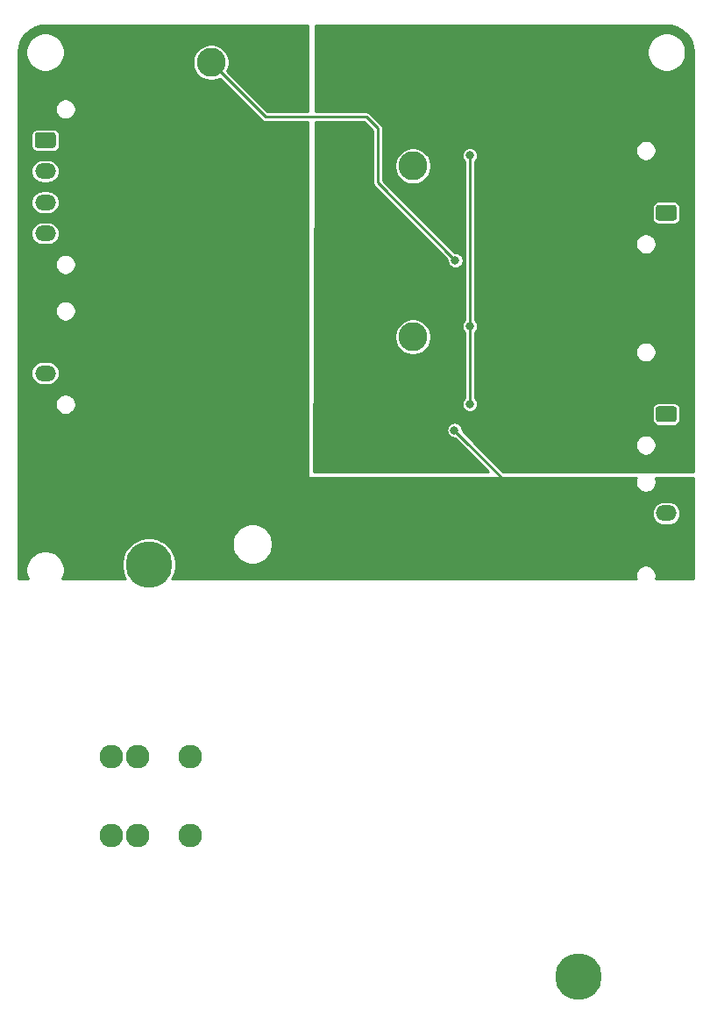
<source format=gbr>
G04 #@! TF.GenerationSoftware,KiCad,Pcbnew,(5.1.6)-1*
G04 #@! TF.CreationDate,2020-09-05T21:46:42-05:00*
G04 #@! TF.ProjectId,ContactorDriver,436f6e74-6163-4746-9f72-447269766572,rev?*
G04 #@! TF.SameCoordinates,Original*
G04 #@! TF.FileFunction,Copper,L2,Bot*
G04 #@! TF.FilePolarity,Positive*
%FSLAX46Y46*%
G04 Gerber Fmt 4.6, Leading zero omitted, Abs format (unit mm)*
G04 Created by KiCad (PCBNEW (5.1.6)-1) date 2020-09-05 21:46:42*
%MOMM*%
%LPD*%
G01*
G04 APERTURE LIST*
G04 #@! TA.AperFunction,ComponentPad*
%ADD10O,2.020000X1.500000*%
G04 #@! TD*
G04 #@! TA.AperFunction,ComponentPad*
%ADD11C,2.800000*%
G04 #@! TD*
G04 #@! TA.AperFunction,ComponentPad*
%ADD12C,2.286000*%
G04 #@! TD*
G04 #@! TA.AperFunction,ComponentPad*
%ADD13C,4.500880*%
G04 #@! TD*
G04 #@! TA.AperFunction,ViaPad*
%ADD14C,0.800000*%
G04 #@! TD*
G04 #@! TA.AperFunction,Conductor*
%ADD15C,0.250000*%
G04 #@! TD*
G04 #@! TA.AperFunction,Conductor*
%ADD16C,0.254000*%
G04 #@! TD*
G04 APERTURE END LIST*
G04 #@! TA.AperFunction,ComponentPad*
G36*
G01*
X166240000Y-78750000D02*
X167760000Y-78750000D01*
G75*
G02*
X168010000Y-79000000I0J-250000D01*
G01*
X168010000Y-80000000D01*
G75*
G02*
X167760000Y-80250000I-250000J0D01*
G01*
X166240000Y-80250000D01*
G75*
G02*
X165990000Y-80000000I0J250000D01*
G01*
X165990000Y-79000000D01*
G75*
G02*
X166240000Y-78750000I250000J0D01*
G01*
G37*
G04 #@! TD.AperFunction*
D10*
X167000000Y-82500000D03*
X167000000Y-85500000D03*
X167000000Y-88500000D03*
G04 #@! TA.AperFunction,ComponentPad*
G36*
G01*
X166240000Y-98250000D02*
X167760000Y-98250000D01*
G75*
G02*
X168010000Y-98500000I0J-250000D01*
G01*
X168010000Y-99500000D01*
G75*
G02*
X167760000Y-99750000I-250000J0D01*
G01*
X166240000Y-99750000D01*
G75*
G02*
X165990000Y-99500000I0J250000D01*
G01*
X165990000Y-98500000D01*
G75*
G02*
X166240000Y-98250000I250000J0D01*
G01*
G37*
G04 #@! TD.AperFunction*
X167000000Y-102000000D03*
D11*
X202500000Y-82000000D03*
X183000000Y-72000000D03*
X209845300Y-72000000D03*
X202500000Y-98500000D03*
D12*
X181000000Y-139000000D03*
X181000000Y-146620000D03*
X175920000Y-139000000D03*
X173380000Y-139000000D03*
X175920000Y-146620000D03*
X173380000Y-146620000D03*
D13*
X177000000Y-120500000D03*
X218500000Y-160250000D03*
G04 #@! TA.AperFunction,ComponentPad*
G36*
G01*
X227734400Y-119279100D02*
X226214400Y-119279100D01*
G75*
G02*
X225964400Y-119029100I0J250000D01*
G01*
X225964400Y-118029100D01*
G75*
G02*
X226214400Y-117779100I250000J0D01*
G01*
X227734400Y-117779100D01*
G75*
G02*
X227984400Y-118029100I0J-250000D01*
G01*
X227984400Y-119029100D01*
G75*
G02*
X227734400Y-119279100I-250000J0D01*
G01*
G37*
G04 #@! TD.AperFunction*
D10*
X226974400Y-115529100D03*
G04 #@! TA.AperFunction,ComponentPad*
G36*
G01*
X227734400Y-87262400D02*
X226214400Y-87262400D01*
G75*
G02*
X225964400Y-87012400I0J250000D01*
G01*
X225964400Y-86012400D01*
G75*
G02*
X226214400Y-85762400I250000J0D01*
G01*
X227734400Y-85762400D01*
G75*
G02*
X227984400Y-86012400I0J-250000D01*
G01*
X227984400Y-87012400D01*
G75*
G02*
X227734400Y-87262400I-250000J0D01*
G01*
G37*
G04 #@! TD.AperFunction*
X226974400Y-83512400D03*
X226974400Y-102956100D03*
G04 #@! TA.AperFunction,ComponentPad*
G36*
G01*
X227734400Y-106706100D02*
X226214400Y-106706100D01*
G75*
G02*
X225964400Y-106456100I0J250000D01*
G01*
X225964400Y-105456100D01*
G75*
G02*
X226214400Y-105206100I250000J0D01*
G01*
X227734400Y-105206100D01*
G75*
G02*
X227984400Y-105456100I0J-250000D01*
G01*
X227984400Y-106456100D01*
G75*
G02*
X227734400Y-106706100I-250000J0D01*
G01*
G37*
G04 #@! TD.AperFunction*
D14*
X208000000Y-105000000D03*
X208000000Y-97475000D03*
X208000000Y-80975000D03*
X206525000Y-107500000D03*
X219476900Y-118317700D03*
X212919600Y-82248000D03*
X206603600Y-91097100D03*
D15*
X208000000Y-105000000D02*
X208000000Y-97475000D01*
X208000000Y-97475000D02*
X208000000Y-80975000D01*
X217342700Y-118317700D02*
X206525000Y-107500000D01*
X219476900Y-118317700D02*
X217342700Y-118317700D01*
X226974400Y-83512400D02*
X214184000Y-83512400D01*
X214184000Y-83512400D02*
X212919600Y-82248000D01*
X188241400Y-77241400D02*
X183000000Y-72000000D01*
X197980300Y-77241400D02*
X188241400Y-77241400D01*
X206603600Y-91097100D02*
X199097900Y-83591400D01*
X199097900Y-78359000D02*
X197980300Y-77241400D01*
X199097900Y-83591400D02*
X199097900Y-78359000D01*
D16*
G36*
X227504242Y-68453369D02*
G01*
X227989286Y-68599812D01*
X228436642Y-68837674D01*
X228829282Y-69157904D01*
X229152241Y-69548294D01*
X229393222Y-69993980D01*
X229543048Y-70477987D01*
X229598000Y-71000820D01*
X229598001Y-71001114D01*
X229598001Y-111480600D01*
X211215534Y-111480600D01*
X208591361Y-108856427D01*
X224002400Y-108856427D01*
X224002400Y-109055773D01*
X224041290Y-109251290D01*
X224117577Y-109435462D01*
X224228328Y-109601213D01*
X224369287Y-109742172D01*
X224535038Y-109852923D01*
X224719210Y-109929210D01*
X224914727Y-109968100D01*
X225114073Y-109968100D01*
X225309590Y-109929210D01*
X225493762Y-109852923D01*
X225659513Y-109742172D01*
X225800472Y-109601213D01*
X225911223Y-109435462D01*
X225987510Y-109251290D01*
X226026400Y-109055773D01*
X226026400Y-108856427D01*
X225987510Y-108660910D01*
X225911223Y-108476738D01*
X225800472Y-108310987D01*
X225659513Y-108170028D01*
X225493762Y-108059277D01*
X225309590Y-107982990D01*
X225114073Y-107944100D01*
X224914727Y-107944100D01*
X224719210Y-107982990D01*
X224535038Y-108059277D01*
X224369287Y-108170028D01*
X224228328Y-108310987D01*
X224117577Y-108476738D01*
X224041290Y-108660910D01*
X224002400Y-108856427D01*
X208591361Y-108856427D01*
X207302000Y-107567066D01*
X207302000Y-107423472D01*
X207272141Y-107273357D01*
X207213569Y-107131952D01*
X207128536Y-107004691D01*
X207020309Y-106896464D01*
X206893048Y-106811431D01*
X206751643Y-106752859D01*
X206601528Y-106723000D01*
X206448472Y-106723000D01*
X206298357Y-106752859D01*
X206156952Y-106811431D01*
X206029691Y-106896464D01*
X205921464Y-107004691D01*
X205836431Y-107131952D01*
X205777859Y-107273357D01*
X205748000Y-107423472D01*
X205748000Y-107576528D01*
X205777859Y-107726643D01*
X205836431Y-107868048D01*
X205921464Y-107995309D01*
X206029691Y-108103536D01*
X206156952Y-108188569D01*
X206298357Y-108247141D01*
X206448472Y-108277000D01*
X206592066Y-108277000D01*
X209795666Y-111480600D01*
X192968165Y-111480600D01*
X193016222Y-98324981D01*
X200723000Y-98324981D01*
X200723000Y-98675019D01*
X200791289Y-99018332D01*
X200925243Y-99341725D01*
X201119714Y-99632771D01*
X201367229Y-99880286D01*
X201658275Y-100074757D01*
X201981668Y-100208711D01*
X202324981Y-100277000D01*
X202675019Y-100277000D01*
X203018332Y-100208711D01*
X203341725Y-100074757D01*
X203632771Y-99880286D01*
X203880286Y-99632771D01*
X204074757Y-99341725D01*
X204208711Y-99018332D01*
X204277000Y-98675019D01*
X204277000Y-98324981D01*
X204208711Y-97981668D01*
X204074757Y-97658275D01*
X203880286Y-97367229D01*
X203632771Y-97119714D01*
X203341725Y-96925243D01*
X203018332Y-96791289D01*
X202675019Y-96723000D01*
X202324981Y-96723000D01*
X201981668Y-96791289D01*
X201658275Y-96925243D01*
X201367229Y-97119714D01*
X201119714Y-97367229D01*
X200925243Y-97658275D01*
X200791289Y-97981668D01*
X200723000Y-98324981D01*
X193016222Y-98324981D01*
X193091408Y-77743400D01*
X197772366Y-77743400D01*
X198595901Y-78566936D01*
X198595900Y-83566757D01*
X198593473Y-83591400D01*
X198595900Y-83616043D01*
X198595900Y-83616052D01*
X198603164Y-83689808D01*
X198631869Y-83784435D01*
X198678483Y-83871645D01*
X198741216Y-83948084D01*
X198760368Y-83963802D01*
X205826600Y-91030036D01*
X205826600Y-91173628D01*
X205856459Y-91323743D01*
X205915031Y-91465148D01*
X206000064Y-91592409D01*
X206108291Y-91700636D01*
X206235552Y-91785669D01*
X206376957Y-91844241D01*
X206527072Y-91874100D01*
X206680128Y-91874100D01*
X206830243Y-91844241D01*
X206971648Y-91785669D01*
X207098909Y-91700636D01*
X207207136Y-91592409D01*
X207292169Y-91465148D01*
X207350741Y-91323743D01*
X207380600Y-91173628D01*
X207380600Y-91020572D01*
X207350741Y-90870457D01*
X207292169Y-90729052D01*
X207207136Y-90601791D01*
X207098909Y-90493564D01*
X206971648Y-90408531D01*
X206830243Y-90349959D01*
X206680128Y-90320100D01*
X206536536Y-90320100D01*
X199599900Y-83383466D01*
X199599900Y-81824981D01*
X200723000Y-81824981D01*
X200723000Y-82175019D01*
X200791289Y-82518332D01*
X200925243Y-82841725D01*
X201119714Y-83132771D01*
X201367229Y-83380286D01*
X201658275Y-83574757D01*
X201981668Y-83708711D01*
X202324981Y-83777000D01*
X202675019Y-83777000D01*
X203018332Y-83708711D01*
X203341725Y-83574757D01*
X203632771Y-83380286D01*
X203880286Y-83132771D01*
X204074757Y-82841725D01*
X204208711Y-82518332D01*
X204277000Y-82175019D01*
X204277000Y-81824981D01*
X204208711Y-81481668D01*
X204074757Y-81158275D01*
X203901162Y-80898472D01*
X207223000Y-80898472D01*
X207223000Y-81051528D01*
X207252859Y-81201643D01*
X207311431Y-81343048D01*
X207396464Y-81470309D01*
X207498001Y-81571846D01*
X207498000Y-96878155D01*
X207396464Y-96979691D01*
X207311431Y-97106952D01*
X207252859Y-97248357D01*
X207223000Y-97398472D01*
X207223000Y-97551528D01*
X207252859Y-97701643D01*
X207311431Y-97843048D01*
X207396464Y-97970309D01*
X207498001Y-98071846D01*
X207498000Y-104403155D01*
X207396464Y-104504691D01*
X207311431Y-104631952D01*
X207252859Y-104773357D01*
X207223000Y-104923472D01*
X207223000Y-105076528D01*
X207252859Y-105226643D01*
X207311431Y-105368048D01*
X207396464Y-105495309D01*
X207504691Y-105603536D01*
X207631952Y-105688569D01*
X207773357Y-105747141D01*
X207923472Y-105777000D01*
X208076528Y-105777000D01*
X208226643Y-105747141D01*
X208368048Y-105688569D01*
X208495309Y-105603536D01*
X208603536Y-105495309D01*
X208629734Y-105456100D01*
X225585576Y-105456100D01*
X225585576Y-106456100D01*
X225597659Y-106578777D01*
X225633442Y-106696741D01*
X225691552Y-106805456D01*
X225769754Y-106900746D01*
X225865044Y-106978948D01*
X225973759Y-107037058D01*
X226091723Y-107072841D01*
X226214400Y-107084924D01*
X227734400Y-107084924D01*
X227857077Y-107072841D01*
X227975041Y-107037058D01*
X228083756Y-106978948D01*
X228179046Y-106900746D01*
X228257248Y-106805456D01*
X228315358Y-106696741D01*
X228351141Y-106578777D01*
X228363224Y-106456100D01*
X228363224Y-105456100D01*
X228351141Y-105333423D01*
X228315358Y-105215459D01*
X228257248Y-105106744D01*
X228179046Y-105011454D01*
X228083756Y-104933252D01*
X227975041Y-104875142D01*
X227857077Y-104839359D01*
X227734400Y-104827276D01*
X226214400Y-104827276D01*
X226091723Y-104839359D01*
X225973759Y-104875142D01*
X225865044Y-104933252D01*
X225769754Y-105011454D01*
X225691552Y-105106744D01*
X225633442Y-105215459D01*
X225597659Y-105333423D01*
X225585576Y-105456100D01*
X208629734Y-105456100D01*
X208688569Y-105368048D01*
X208747141Y-105226643D01*
X208777000Y-105076528D01*
X208777000Y-104923472D01*
X208747141Y-104773357D01*
X208688569Y-104631952D01*
X208603536Y-104504691D01*
X208502000Y-104403155D01*
X208502000Y-99856427D01*
X224002400Y-99856427D01*
X224002400Y-100055773D01*
X224041290Y-100251290D01*
X224117577Y-100435462D01*
X224228328Y-100601213D01*
X224369287Y-100742172D01*
X224535038Y-100852923D01*
X224719210Y-100929210D01*
X224914727Y-100968100D01*
X225114073Y-100968100D01*
X225309590Y-100929210D01*
X225493762Y-100852923D01*
X225659513Y-100742172D01*
X225800472Y-100601213D01*
X225911223Y-100435462D01*
X225987510Y-100251290D01*
X226026400Y-100055773D01*
X226026400Y-99856427D01*
X225987510Y-99660910D01*
X225911223Y-99476738D01*
X225800472Y-99310987D01*
X225659513Y-99170028D01*
X225493762Y-99059277D01*
X225309590Y-98982990D01*
X225114073Y-98944100D01*
X224914727Y-98944100D01*
X224719210Y-98982990D01*
X224535038Y-99059277D01*
X224369287Y-99170028D01*
X224228328Y-99310987D01*
X224117577Y-99476738D01*
X224041290Y-99660910D01*
X224002400Y-99856427D01*
X208502000Y-99856427D01*
X208502000Y-98071845D01*
X208603536Y-97970309D01*
X208688569Y-97843048D01*
X208747141Y-97701643D01*
X208777000Y-97551528D01*
X208777000Y-97398472D01*
X208747141Y-97248357D01*
X208688569Y-97106952D01*
X208603536Y-96979691D01*
X208502000Y-96878155D01*
X208502000Y-89412727D01*
X224002400Y-89412727D01*
X224002400Y-89612073D01*
X224041290Y-89807590D01*
X224117577Y-89991762D01*
X224228328Y-90157513D01*
X224369287Y-90298472D01*
X224535038Y-90409223D01*
X224719210Y-90485510D01*
X224914727Y-90524400D01*
X225114073Y-90524400D01*
X225309590Y-90485510D01*
X225493762Y-90409223D01*
X225659513Y-90298472D01*
X225800472Y-90157513D01*
X225911223Y-89991762D01*
X225987510Y-89807590D01*
X226026400Y-89612073D01*
X226026400Y-89412727D01*
X225987510Y-89217210D01*
X225911223Y-89033038D01*
X225800472Y-88867287D01*
X225659513Y-88726328D01*
X225493762Y-88615577D01*
X225309590Y-88539290D01*
X225114073Y-88500400D01*
X224914727Y-88500400D01*
X224719210Y-88539290D01*
X224535038Y-88615577D01*
X224369287Y-88726328D01*
X224228328Y-88867287D01*
X224117577Y-89033038D01*
X224041290Y-89217210D01*
X224002400Y-89412727D01*
X208502000Y-89412727D01*
X208502000Y-86012400D01*
X225585576Y-86012400D01*
X225585576Y-87012400D01*
X225597659Y-87135077D01*
X225633442Y-87253041D01*
X225691552Y-87361756D01*
X225769754Y-87457046D01*
X225865044Y-87535248D01*
X225973759Y-87593358D01*
X226091723Y-87629141D01*
X226214400Y-87641224D01*
X227734400Y-87641224D01*
X227857077Y-87629141D01*
X227975041Y-87593358D01*
X228083756Y-87535248D01*
X228179046Y-87457046D01*
X228257248Y-87361756D01*
X228315358Y-87253041D01*
X228351141Y-87135077D01*
X228363224Y-87012400D01*
X228363224Y-86012400D01*
X228351141Y-85889723D01*
X228315358Y-85771759D01*
X228257248Y-85663044D01*
X228179046Y-85567754D01*
X228083756Y-85489552D01*
X227975041Y-85431442D01*
X227857077Y-85395659D01*
X227734400Y-85383576D01*
X226214400Y-85383576D01*
X226091723Y-85395659D01*
X225973759Y-85431442D01*
X225865044Y-85489552D01*
X225769754Y-85567754D01*
X225691552Y-85663044D01*
X225633442Y-85771759D01*
X225597659Y-85889723D01*
X225585576Y-86012400D01*
X208502000Y-86012400D01*
X208502000Y-81571845D01*
X208603536Y-81470309D01*
X208688569Y-81343048D01*
X208747141Y-81201643D01*
X208777000Y-81051528D01*
X208777000Y-80898472D01*
X208747141Y-80748357D01*
X208688569Y-80606952D01*
X208603536Y-80479691D01*
X208536572Y-80412727D01*
X224002400Y-80412727D01*
X224002400Y-80612073D01*
X224041290Y-80807590D01*
X224117577Y-80991762D01*
X224228328Y-81157513D01*
X224369287Y-81298472D01*
X224535038Y-81409223D01*
X224719210Y-81485510D01*
X224914727Y-81524400D01*
X225114073Y-81524400D01*
X225309590Y-81485510D01*
X225493762Y-81409223D01*
X225659513Y-81298472D01*
X225800472Y-81157513D01*
X225911223Y-80991762D01*
X225987510Y-80807590D01*
X226026400Y-80612073D01*
X226026400Y-80412727D01*
X225987510Y-80217210D01*
X225911223Y-80033038D01*
X225800472Y-79867287D01*
X225659513Y-79726328D01*
X225493762Y-79615577D01*
X225309590Y-79539290D01*
X225114073Y-79500400D01*
X224914727Y-79500400D01*
X224719210Y-79539290D01*
X224535038Y-79615577D01*
X224369287Y-79726328D01*
X224228328Y-79867287D01*
X224117577Y-80033038D01*
X224041290Y-80217210D01*
X224002400Y-80412727D01*
X208536572Y-80412727D01*
X208495309Y-80371464D01*
X208368048Y-80286431D01*
X208226643Y-80227859D01*
X208076528Y-80198000D01*
X207923472Y-80198000D01*
X207773357Y-80227859D01*
X207631952Y-80286431D01*
X207504691Y-80371464D01*
X207396464Y-80479691D01*
X207311431Y-80606952D01*
X207252859Y-80748357D01*
X207223000Y-80898472D01*
X203901162Y-80898472D01*
X203880286Y-80867229D01*
X203632771Y-80619714D01*
X203341725Y-80425243D01*
X203018332Y-80291289D01*
X202675019Y-80223000D01*
X202324981Y-80223000D01*
X201981668Y-80291289D01*
X201658275Y-80425243D01*
X201367229Y-80619714D01*
X201119714Y-80867229D01*
X200925243Y-81158275D01*
X200791289Y-81481668D01*
X200723000Y-81824981D01*
X199599900Y-81824981D01*
X199599900Y-78383642D01*
X199602327Y-78358999D01*
X199599900Y-78334356D01*
X199599900Y-78334347D01*
X199592636Y-78260591D01*
X199563931Y-78165964D01*
X199517317Y-78078755D01*
X199454584Y-78002316D01*
X199435438Y-77986603D01*
X198352701Y-76903867D01*
X198336984Y-76884716D01*
X198260545Y-76821983D01*
X198173336Y-76775369D01*
X198078709Y-76746664D01*
X198004953Y-76739400D01*
X198004943Y-76739400D01*
X197980300Y-76736973D01*
X197955657Y-76739400D01*
X193095076Y-76739400D01*
X193116716Y-70815132D01*
X225123000Y-70815132D01*
X225123000Y-71184868D01*
X225195132Y-71547501D01*
X225336624Y-71889093D01*
X225542039Y-72196518D01*
X225803482Y-72457961D01*
X226110907Y-72663376D01*
X226452499Y-72804868D01*
X226815132Y-72877000D01*
X227184868Y-72877000D01*
X227547501Y-72804868D01*
X227889093Y-72663376D01*
X228196518Y-72457961D01*
X228457961Y-72196518D01*
X228663376Y-71889093D01*
X228804868Y-71547501D01*
X228877000Y-71184868D01*
X228877000Y-70815132D01*
X228804868Y-70452499D01*
X228663376Y-70110907D01*
X228457961Y-69803482D01*
X228196518Y-69542039D01*
X227889093Y-69336624D01*
X227547501Y-69195132D01*
X227184868Y-69123000D01*
X226815132Y-69123000D01*
X226452499Y-69195132D01*
X226110907Y-69336624D01*
X225803482Y-69542039D01*
X225542039Y-69803482D01*
X225336624Y-70110907D01*
X225195132Y-70452499D01*
X225123000Y-70815132D01*
X193116716Y-70815132D01*
X193125532Y-68402000D01*
X226980342Y-68402000D01*
X227504242Y-68453369D01*
G37*
X227504242Y-68453369D02*
X227989286Y-68599812D01*
X228436642Y-68837674D01*
X228829282Y-69157904D01*
X229152241Y-69548294D01*
X229393222Y-69993980D01*
X229543048Y-70477987D01*
X229598000Y-71000820D01*
X229598001Y-71001114D01*
X229598001Y-111480600D01*
X211215534Y-111480600D01*
X208591361Y-108856427D01*
X224002400Y-108856427D01*
X224002400Y-109055773D01*
X224041290Y-109251290D01*
X224117577Y-109435462D01*
X224228328Y-109601213D01*
X224369287Y-109742172D01*
X224535038Y-109852923D01*
X224719210Y-109929210D01*
X224914727Y-109968100D01*
X225114073Y-109968100D01*
X225309590Y-109929210D01*
X225493762Y-109852923D01*
X225659513Y-109742172D01*
X225800472Y-109601213D01*
X225911223Y-109435462D01*
X225987510Y-109251290D01*
X226026400Y-109055773D01*
X226026400Y-108856427D01*
X225987510Y-108660910D01*
X225911223Y-108476738D01*
X225800472Y-108310987D01*
X225659513Y-108170028D01*
X225493762Y-108059277D01*
X225309590Y-107982990D01*
X225114073Y-107944100D01*
X224914727Y-107944100D01*
X224719210Y-107982990D01*
X224535038Y-108059277D01*
X224369287Y-108170028D01*
X224228328Y-108310987D01*
X224117577Y-108476738D01*
X224041290Y-108660910D01*
X224002400Y-108856427D01*
X208591361Y-108856427D01*
X207302000Y-107567066D01*
X207302000Y-107423472D01*
X207272141Y-107273357D01*
X207213569Y-107131952D01*
X207128536Y-107004691D01*
X207020309Y-106896464D01*
X206893048Y-106811431D01*
X206751643Y-106752859D01*
X206601528Y-106723000D01*
X206448472Y-106723000D01*
X206298357Y-106752859D01*
X206156952Y-106811431D01*
X206029691Y-106896464D01*
X205921464Y-107004691D01*
X205836431Y-107131952D01*
X205777859Y-107273357D01*
X205748000Y-107423472D01*
X205748000Y-107576528D01*
X205777859Y-107726643D01*
X205836431Y-107868048D01*
X205921464Y-107995309D01*
X206029691Y-108103536D01*
X206156952Y-108188569D01*
X206298357Y-108247141D01*
X206448472Y-108277000D01*
X206592066Y-108277000D01*
X209795666Y-111480600D01*
X192968165Y-111480600D01*
X193016222Y-98324981D01*
X200723000Y-98324981D01*
X200723000Y-98675019D01*
X200791289Y-99018332D01*
X200925243Y-99341725D01*
X201119714Y-99632771D01*
X201367229Y-99880286D01*
X201658275Y-100074757D01*
X201981668Y-100208711D01*
X202324981Y-100277000D01*
X202675019Y-100277000D01*
X203018332Y-100208711D01*
X203341725Y-100074757D01*
X203632771Y-99880286D01*
X203880286Y-99632771D01*
X204074757Y-99341725D01*
X204208711Y-99018332D01*
X204277000Y-98675019D01*
X204277000Y-98324981D01*
X204208711Y-97981668D01*
X204074757Y-97658275D01*
X203880286Y-97367229D01*
X203632771Y-97119714D01*
X203341725Y-96925243D01*
X203018332Y-96791289D01*
X202675019Y-96723000D01*
X202324981Y-96723000D01*
X201981668Y-96791289D01*
X201658275Y-96925243D01*
X201367229Y-97119714D01*
X201119714Y-97367229D01*
X200925243Y-97658275D01*
X200791289Y-97981668D01*
X200723000Y-98324981D01*
X193016222Y-98324981D01*
X193091408Y-77743400D01*
X197772366Y-77743400D01*
X198595901Y-78566936D01*
X198595900Y-83566757D01*
X198593473Y-83591400D01*
X198595900Y-83616043D01*
X198595900Y-83616052D01*
X198603164Y-83689808D01*
X198631869Y-83784435D01*
X198678483Y-83871645D01*
X198741216Y-83948084D01*
X198760368Y-83963802D01*
X205826600Y-91030036D01*
X205826600Y-91173628D01*
X205856459Y-91323743D01*
X205915031Y-91465148D01*
X206000064Y-91592409D01*
X206108291Y-91700636D01*
X206235552Y-91785669D01*
X206376957Y-91844241D01*
X206527072Y-91874100D01*
X206680128Y-91874100D01*
X206830243Y-91844241D01*
X206971648Y-91785669D01*
X207098909Y-91700636D01*
X207207136Y-91592409D01*
X207292169Y-91465148D01*
X207350741Y-91323743D01*
X207380600Y-91173628D01*
X207380600Y-91020572D01*
X207350741Y-90870457D01*
X207292169Y-90729052D01*
X207207136Y-90601791D01*
X207098909Y-90493564D01*
X206971648Y-90408531D01*
X206830243Y-90349959D01*
X206680128Y-90320100D01*
X206536536Y-90320100D01*
X199599900Y-83383466D01*
X199599900Y-81824981D01*
X200723000Y-81824981D01*
X200723000Y-82175019D01*
X200791289Y-82518332D01*
X200925243Y-82841725D01*
X201119714Y-83132771D01*
X201367229Y-83380286D01*
X201658275Y-83574757D01*
X201981668Y-83708711D01*
X202324981Y-83777000D01*
X202675019Y-83777000D01*
X203018332Y-83708711D01*
X203341725Y-83574757D01*
X203632771Y-83380286D01*
X203880286Y-83132771D01*
X204074757Y-82841725D01*
X204208711Y-82518332D01*
X204277000Y-82175019D01*
X204277000Y-81824981D01*
X204208711Y-81481668D01*
X204074757Y-81158275D01*
X203901162Y-80898472D01*
X207223000Y-80898472D01*
X207223000Y-81051528D01*
X207252859Y-81201643D01*
X207311431Y-81343048D01*
X207396464Y-81470309D01*
X207498001Y-81571846D01*
X207498000Y-96878155D01*
X207396464Y-96979691D01*
X207311431Y-97106952D01*
X207252859Y-97248357D01*
X207223000Y-97398472D01*
X207223000Y-97551528D01*
X207252859Y-97701643D01*
X207311431Y-97843048D01*
X207396464Y-97970309D01*
X207498001Y-98071846D01*
X207498000Y-104403155D01*
X207396464Y-104504691D01*
X207311431Y-104631952D01*
X207252859Y-104773357D01*
X207223000Y-104923472D01*
X207223000Y-105076528D01*
X207252859Y-105226643D01*
X207311431Y-105368048D01*
X207396464Y-105495309D01*
X207504691Y-105603536D01*
X207631952Y-105688569D01*
X207773357Y-105747141D01*
X207923472Y-105777000D01*
X208076528Y-105777000D01*
X208226643Y-105747141D01*
X208368048Y-105688569D01*
X208495309Y-105603536D01*
X208603536Y-105495309D01*
X208629734Y-105456100D01*
X225585576Y-105456100D01*
X225585576Y-106456100D01*
X225597659Y-106578777D01*
X225633442Y-106696741D01*
X225691552Y-106805456D01*
X225769754Y-106900746D01*
X225865044Y-106978948D01*
X225973759Y-107037058D01*
X226091723Y-107072841D01*
X226214400Y-107084924D01*
X227734400Y-107084924D01*
X227857077Y-107072841D01*
X227975041Y-107037058D01*
X228083756Y-106978948D01*
X228179046Y-106900746D01*
X228257248Y-106805456D01*
X228315358Y-106696741D01*
X228351141Y-106578777D01*
X228363224Y-106456100D01*
X228363224Y-105456100D01*
X228351141Y-105333423D01*
X228315358Y-105215459D01*
X228257248Y-105106744D01*
X228179046Y-105011454D01*
X228083756Y-104933252D01*
X227975041Y-104875142D01*
X227857077Y-104839359D01*
X227734400Y-104827276D01*
X226214400Y-104827276D01*
X226091723Y-104839359D01*
X225973759Y-104875142D01*
X225865044Y-104933252D01*
X225769754Y-105011454D01*
X225691552Y-105106744D01*
X225633442Y-105215459D01*
X225597659Y-105333423D01*
X225585576Y-105456100D01*
X208629734Y-105456100D01*
X208688569Y-105368048D01*
X208747141Y-105226643D01*
X208777000Y-105076528D01*
X208777000Y-104923472D01*
X208747141Y-104773357D01*
X208688569Y-104631952D01*
X208603536Y-104504691D01*
X208502000Y-104403155D01*
X208502000Y-99856427D01*
X224002400Y-99856427D01*
X224002400Y-100055773D01*
X224041290Y-100251290D01*
X224117577Y-100435462D01*
X224228328Y-100601213D01*
X224369287Y-100742172D01*
X224535038Y-100852923D01*
X224719210Y-100929210D01*
X224914727Y-100968100D01*
X225114073Y-100968100D01*
X225309590Y-100929210D01*
X225493762Y-100852923D01*
X225659513Y-100742172D01*
X225800472Y-100601213D01*
X225911223Y-100435462D01*
X225987510Y-100251290D01*
X226026400Y-100055773D01*
X226026400Y-99856427D01*
X225987510Y-99660910D01*
X225911223Y-99476738D01*
X225800472Y-99310987D01*
X225659513Y-99170028D01*
X225493762Y-99059277D01*
X225309590Y-98982990D01*
X225114073Y-98944100D01*
X224914727Y-98944100D01*
X224719210Y-98982990D01*
X224535038Y-99059277D01*
X224369287Y-99170028D01*
X224228328Y-99310987D01*
X224117577Y-99476738D01*
X224041290Y-99660910D01*
X224002400Y-99856427D01*
X208502000Y-99856427D01*
X208502000Y-98071845D01*
X208603536Y-97970309D01*
X208688569Y-97843048D01*
X208747141Y-97701643D01*
X208777000Y-97551528D01*
X208777000Y-97398472D01*
X208747141Y-97248357D01*
X208688569Y-97106952D01*
X208603536Y-96979691D01*
X208502000Y-96878155D01*
X208502000Y-89412727D01*
X224002400Y-89412727D01*
X224002400Y-89612073D01*
X224041290Y-89807590D01*
X224117577Y-89991762D01*
X224228328Y-90157513D01*
X224369287Y-90298472D01*
X224535038Y-90409223D01*
X224719210Y-90485510D01*
X224914727Y-90524400D01*
X225114073Y-90524400D01*
X225309590Y-90485510D01*
X225493762Y-90409223D01*
X225659513Y-90298472D01*
X225800472Y-90157513D01*
X225911223Y-89991762D01*
X225987510Y-89807590D01*
X226026400Y-89612073D01*
X226026400Y-89412727D01*
X225987510Y-89217210D01*
X225911223Y-89033038D01*
X225800472Y-88867287D01*
X225659513Y-88726328D01*
X225493762Y-88615577D01*
X225309590Y-88539290D01*
X225114073Y-88500400D01*
X224914727Y-88500400D01*
X224719210Y-88539290D01*
X224535038Y-88615577D01*
X224369287Y-88726328D01*
X224228328Y-88867287D01*
X224117577Y-89033038D01*
X224041290Y-89217210D01*
X224002400Y-89412727D01*
X208502000Y-89412727D01*
X208502000Y-86012400D01*
X225585576Y-86012400D01*
X225585576Y-87012400D01*
X225597659Y-87135077D01*
X225633442Y-87253041D01*
X225691552Y-87361756D01*
X225769754Y-87457046D01*
X225865044Y-87535248D01*
X225973759Y-87593358D01*
X226091723Y-87629141D01*
X226214400Y-87641224D01*
X227734400Y-87641224D01*
X227857077Y-87629141D01*
X227975041Y-87593358D01*
X228083756Y-87535248D01*
X228179046Y-87457046D01*
X228257248Y-87361756D01*
X228315358Y-87253041D01*
X228351141Y-87135077D01*
X228363224Y-87012400D01*
X228363224Y-86012400D01*
X228351141Y-85889723D01*
X228315358Y-85771759D01*
X228257248Y-85663044D01*
X228179046Y-85567754D01*
X228083756Y-85489552D01*
X227975041Y-85431442D01*
X227857077Y-85395659D01*
X227734400Y-85383576D01*
X226214400Y-85383576D01*
X226091723Y-85395659D01*
X225973759Y-85431442D01*
X225865044Y-85489552D01*
X225769754Y-85567754D01*
X225691552Y-85663044D01*
X225633442Y-85771759D01*
X225597659Y-85889723D01*
X225585576Y-86012400D01*
X208502000Y-86012400D01*
X208502000Y-81571845D01*
X208603536Y-81470309D01*
X208688569Y-81343048D01*
X208747141Y-81201643D01*
X208777000Y-81051528D01*
X208777000Y-80898472D01*
X208747141Y-80748357D01*
X208688569Y-80606952D01*
X208603536Y-80479691D01*
X208536572Y-80412727D01*
X224002400Y-80412727D01*
X224002400Y-80612073D01*
X224041290Y-80807590D01*
X224117577Y-80991762D01*
X224228328Y-81157513D01*
X224369287Y-81298472D01*
X224535038Y-81409223D01*
X224719210Y-81485510D01*
X224914727Y-81524400D01*
X225114073Y-81524400D01*
X225309590Y-81485510D01*
X225493762Y-81409223D01*
X225659513Y-81298472D01*
X225800472Y-81157513D01*
X225911223Y-80991762D01*
X225987510Y-80807590D01*
X226026400Y-80612073D01*
X226026400Y-80412727D01*
X225987510Y-80217210D01*
X225911223Y-80033038D01*
X225800472Y-79867287D01*
X225659513Y-79726328D01*
X225493762Y-79615577D01*
X225309590Y-79539290D01*
X225114073Y-79500400D01*
X224914727Y-79500400D01*
X224719210Y-79539290D01*
X224535038Y-79615577D01*
X224369287Y-79726328D01*
X224228328Y-79867287D01*
X224117577Y-80033038D01*
X224041290Y-80217210D01*
X224002400Y-80412727D01*
X208536572Y-80412727D01*
X208495309Y-80371464D01*
X208368048Y-80286431D01*
X208226643Y-80227859D01*
X208076528Y-80198000D01*
X207923472Y-80198000D01*
X207773357Y-80227859D01*
X207631952Y-80286431D01*
X207504691Y-80371464D01*
X207396464Y-80479691D01*
X207311431Y-80606952D01*
X207252859Y-80748357D01*
X207223000Y-80898472D01*
X203901162Y-80898472D01*
X203880286Y-80867229D01*
X203632771Y-80619714D01*
X203341725Y-80425243D01*
X203018332Y-80291289D01*
X202675019Y-80223000D01*
X202324981Y-80223000D01*
X201981668Y-80291289D01*
X201658275Y-80425243D01*
X201367229Y-80619714D01*
X201119714Y-80867229D01*
X200925243Y-81158275D01*
X200791289Y-81481668D01*
X200723000Y-81824981D01*
X199599900Y-81824981D01*
X199599900Y-78383642D01*
X199602327Y-78358999D01*
X199599900Y-78334356D01*
X199599900Y-78334347D01*
X199592636Y-78260591D01*
X199563931Y-78165964D01*
X199517317Y-78078755D01*
X199454584Y-78002316D01*
X199435438Y-77986603D01*
X198352701Y-76903867D01*
X198336984Y-76884716D01*
X198260545Y-76821983D01*
X198173336Y-76775369D01*
X198078709Y-76746664D01*
X198004953Y-76739400D01*
X198004943Y-76739400D01*
X197980300Y-76736973D01*
X197955657Y-76739400D01*
X193095076Y-76739400D01*
X193116716Y-70815132D01*
X225123000Y-70815132D01*
X225123000Y-71184868D01*
X225195132Y-71547501D01*
X225336624Y-71889093D01*
X225542039Y-72196518D01*
X225803482Y-72457961D01*
X226110907Y-72663376D01*
X226452499Y-72804868D01*
X226815132Y-72877000D01*
X227184868Y-72877000D01*
X227547501Y-72804868D01*
X227889093Y-72663376D01*
X228196518Y-72457961D01*
X228457961Y-72196518D01*
X228663376Y-71889093D01*
X228804868Y-71547501D01*
X228877000Y-71184868D01*
X228877000Y-70815132D01*
X228804868Y-70452499D01*
X228663376Y-70110907D01*
X228457961Y-69803482D01*
X228196518Y-69542039D01*
X227889093Y-69336624D01*
X227547501Y-69195132D01*
X227184868Y-69123000D01*
X226815132Y-69123000D01*
X226452499Y-69195132D01*
X226110907Y-69336624D01*
X225803482Y-69542039D01*
X225542039Y-69803482D01*
X225336624Y-70110907D01*
X225195132Y-70452499D01*
X225123000Y-70815132D01*
X193116716Y-70815132D01*
X193125532Y-68402000D01*
X226980342Y-68402000D01*
X227504242Y-68453369D01*
G36*
X192373000Y-76739400D02*
G01*
X188449335Y-76739400D01*
X184565505Y-72855571D01*
X184574757Y-72841725D01*
X184708711Y-72518332D01*
X184777000Y-72175019D01*
X184777000Y-71824981D01*
X184708711Y-71481668D01*
X184574757Y-71158275D01*
X184380286Y-70867229D01*
X184132771Y-70619714D01*
X183841725Y-70425243D01*
X183518332Y-70291289D01*
X183175019Y-70223000D01*
X182824981Y-70223000D01*
X182481668Y-70291289D01*
X182158275Y-70425243D01*
X181867229Y-70619714D01*
X181619714Y-70867229D01*
X181425243Y-71158275D01*
X181291289Y-71481668D01*
X181223000Y-71824981D01*
X181223000Y-72175019D01*
X181291289Y-72518332D01*
X181425243Y-72841725D01*
X181619714Y-73132771D01*
X181867229Y-73380286D01*
X182158275Y-73574757D01*
X182481668Y-73708711D01*
X182824981Y-73777000D01*
X183175019Y-73777000D01*
X183518332Y-73708711D01*
X183841725Y-73574757D01*
X183855571Y-73565505D01*
X187869003Y-77578938D01*
X187884716Y-77598084D01*
X187961155Y-77660817D01*
X188048364Y-77707431D01*
X188142991Y-77736136D01*
X188216747Y-77743400D01*
X188216757Y-77743400D01*
X188241400Y-77745827D01*
X188266043Y-77743400D01*
X192373000Y-77743400D01*
X192373000Y-112000000D01*
X192375440Y-112024776D01*
X192382667Y-112048601D01*
X192394403Y-112070557D01*
X192410197Y-112089803D01*
X192429443Y-112105597D01*
X192451399Y-112117333D01*
X192475224Y-112124560D01*
X192500000Y-112127000D01*
X224085574Y-112127000D01*
X224041290Y-112233910D01*
X224002400Y-112429427D01*
X224002400Y-112628773D01*
X224041290Y-112824290D01*
X224117577Y-113008462D01*
X224228328Y-113174213D01*
X224369287Y-113315172D01*
X224535038Y-113425923D01*
X224719210Y-113502210D01*
X224914727Y-113541100D01*
X225114073Y-113541100D01*
X225309590Y-113502210D01*
X225493762Y-113425923D01*
X225659513Y-113315172D01*
X225800472Y-113174213D01*
X225911223Y-113008462D01*
X225987510Y-112824290D01*
X226026400Y-112628773D01*
X226026400Y-112429427D01*
X225987510Y-112233910D01*
X225943226Y-112127000D01*
X229598001Y-112127000D01*
X229598000Y-121873000D01*
X225967334Y-121873000D01*
X225987510Y-121824290D01*
X226026400Y-121628773D01*
X226026400Y-121429427D01*
X225987510Y-121233910D01*
X225911223Y-121049738D01*
X225800472Y-120883987D01*
X225659513Y-120743028D01*
X225493762Y-120632277D01*
X225309590Y-120555990D01*
X225114073Y-120517100D01*
X224914727Y-120517100D01*
X224719210Y-120555990D01*
X224535038Y-120632277D01*
X224369287Y-120743028D01*
X224228328Y-120883987D01*
X224117577Y-121049738D01*
X224041290Y-121233910D01*
X224002400Y-121429427D01*
X224002400Y-121628773D01*
X224041290Y-121824290D01*
X224061466Y-121873000D01*
X179242586Y-121873000D01*
X179328407Y-121744560D01*
X179526469Y-121266396D01*
X179627440Y-120758780D01*
X179627440Y-120241220D01*
X179526469Y-119733604D01*
X179328407Y-119255440D01*
X179040866Y-118825105D01*
X178674895Y-118459134D01*
X178444640Y-118305282D01*
X185023000Y-118305282D01*
X185023000Y-118694718D01*
X185098975Y-119076670D01*
X185248005Y-119436461D01*
X185464364Y-119760264D01*
X185739736Y-120035636D01*
X186063539Y-120251995D01*
X186423330Y-120401025D01*
X186805282Y-120477000D01*
X187194718Y-120477000D01*
X187576670Y-120401025D01*
X187936461Y-120251995D01*
X188260264Y-120035636D01*
X188535636Y-119760264D01*
X188751995Y-119436461D01*
X188901025Y-119076670D01*
X188977000Y-118694718D01*
X188977000Y-118305282D01*
X188901025Y-117923330D01*
X188751995Y-117563539D01*
X188535636Y-117239736D01*
X188260264Y-116964364D01*
X187936461Y-116748005D01*
X187576670Y-116598975D01*
X187194718Y-116523000D01*
X186805282Y-116523000D01*
X186423330Y-116598975D01*
X186063539Y-116748005D01*
X185739736Y-116964364D01*
X185464364Y-117239736D01*
X185248005Y-117563539D01*
X185098975Y-117923330D01*
X185023000Y-118305282D01*
X178444640Y-118305282D01*
X178244560Y-118171593D01*
X177766396Y-117973531D01*
X177258780Y-117872560D01*
X176741220Y-117872560D01*
X176233604Y-117973531D01*
X175755440Y-118171593D01*
X175325105Y-118459134D01*
X174959134Y-118825105D01*
X174671593Y-119255440D01*
X174473531Y-119733604D01*
X174372560Y-120241220D01*
X174372560Y-120758780D01*
X174473531Y-121266396D01*
X174671593Y-121744560D01*
X174757414Y-121873000D01*
X168670042Y-121873000D01*
X168804868Y-121547501D01*
X168877000Y-121184868D01*
X168877000Y-120815132D01*
X168804868Y-120452499D01*
X168663376Y-120110907D01*
X168457961Y-119803482D01*
X168196518Y-119542039D01*
X167889093Y-119336624D01*
X167547501Y-119195132D01*
X167184868Y-119123000D01*
X166815132Y-119123000D01*
X166452499Y-119195132D01*
X166110907Y-119336624D01*
X165803482Y-119542039D01*
X165542039Y-119803482D01*
X165336624Y-120110907D01*
X165195132Y-120452499D01*
X165123000Y-120815132D01*
X165123000Y-121184868D01*
X165195132Y-121547501D01*
X165329958Y-121873000D01*
X164402000Y-121873000D01*
X164402000Y-115529100D01*
X225581947Y-115529100D01*
X225603707Y-115750031D01*
X225668150Y-115962471D01*
X225772800Y-116158257D01*
X225913635Y-116329865D01*
X226085243Y-116470700D01*
X226281029Y-116575350D01*
X226493469Y-116639793D01*
X226659035Y-116656100D01*
X227289765Y-116656100D01*
X227455331Y-116639793D01*
X227667771Y-116575350D01*
X227863557Y-116470700D01*
X228035165Y-116329865D01*
X228176000Y-116158257D01*
X228280650Y-115962471D01*
X228345093Y-115750031D01*
X228366853Y-115529100D01*
X228345093Y-115308169D01*
X228280650Y-115095729D01*
X228176000Y-114899943D01*
X228035165Y-114728335D01*
X227863557Y-114587500D01*
X227667771Y-114482850D01*
X227455331Y-114418407D01*
X227289765Y-114402100D01*
X226659035Y-114402100D01*
X226493469Y-114418407D01*
X226281029Y-114482850D01*
X226085243Y-114587500D01*
X225913635Y-114728335D01*
X225772800Y-114899943D01*
X225668150Y-115095729D01*
X225603707Y-115308169D01*
X225581947Y-115529100D01*
X164402000Y-115529100D01*
X164402000Y-104900327D01*
X167948000Y-104900327D01*
X167948000Y-105099673D01*
X167986890Y-105295190D01*
X168063177Y-105479362D01*
X168173928Y-105645113D01*
X168314887Y-105786072D01*
X168480638Y-105896823D01*
X168664810Y-105973110D01*
X168860327Y-106012000D01*
X169059673Y-106012000D01*
X169255190Y-105973110D01*
X169439362Y-105896823D01*
X169605113Y-105786072D01*
X169746072Y-105645113D01*
X169856823Y-105479362D01*
X169933110Y-105295190D01*
X169972000Y-105099673D01*
X169972000Y-104900327D01*
X169933110Y-104704810D01*
X169856823Y-104520638D01*
X169746072Y-104354887D01*
X169605113Y-104213928D01*
X169439362Y-104103177D01*
X169255190Y-104026890D01*
X169059673Y-103988000D01*
X168860327Y-103988000D01*
X168664810Y-104026890D01*
X168480638Y-104103177D01*
X168314887Y-104213928D01*
X168173928Y-104354887D01*
X168063177Y-104520638D01*
X167986890Y-104704810D01*
X167948000Y-104900327D01*
X164402000Y-104900327D01*
X164402000Y-102000000D01*
X165607547Y-102000000D01*
X165629307Y-102220931D01*
X165693750Y-102433371D01*
X165798400Y-102629157D01*
X165939235Y-102800765D01*
X166110843Y-102941600D01*
X166306629Y-103046250D01*
X166519069Y-103110693D01*
X166684635Y-103127000D01*
X167315365Y-103127000D01*
X167480931Y-103110693D01*
X167693371Y-103046250D01*
X167889157Y-102941600D01*
X168060765Y-102800765D01*
X168201600Y-102629157D01*
X168306250Y-102433371D01*
X168370693Y-102220931D01*
X168392453Y-102000000D01*
X168370693Y-101779069D01*
X168306250Y-101566629D01*
X168201600Y-101370843D01*
X168060765Y-101199235D01*
X167889157Y-101058400D01*
X167693371Y-100953750D01*
X167480931Y-100889307D01*
X167315365Y-100873000D01*
X166684635Y-100873000D01*
X166519069Y-100889307D01*
X166306629Y-100953750D01*
X166110843Y-101058400D01*
X165939235Y-101199235D01*
X165798400Y-101370843D01*
X165693750Y-101566629D01*
X165629307Y-101779069D01*
X165607547Y-102000000D01*
X164402000Y-102000000D01*
X164402000Y-95900327D01*
X167948000Y-95900327D01*
X167948000Y-96099673D01*
X167986890Y-96295190D01*
X168063177Y-96479362D01*
X168173928Y-96645113D01*
X168314887Y-96786072D01*
X168480638Y-96896823D01*
X168664810Y-96973110D01*
X168860327Y-97012000D01*
X169059673Y-97012000D01*
X169255190Y-96973110D01*
X169439362Y-96896823D01*
X169605113Y-96786072D01*
X169746072Y-96645113D01*
X169856823Y-96479362D01*
X169933110Y-96295190D01*
X169972000Y-96099673D01*
X169972000Y-95900327D01*
X169933110Y-95704810D01*
X169856823Y-95520638D01*
X169746072Y-95354887D01*
X169605113Y-95213928D01*
X169439362Y-95103177D01*
X169255190Y-95026890D01*
X169059673Y-94988000D01*
X168860327Y-94988000D01*
X168664810Y-95026890D01*
X168480638Y-95103177D01*
X168314887Y-95213928D01*
X168173928Y-95354887D01*
X168063177Y-95520638D01*
X167986890Y-95704810D01*
X167948000Y-95900327D01*
X164402000Y-95900327D01*
X164402000Y-91400327D01*
X167948000Y-91400327D01*
X167948000Y-91599673D01*
X167986890Y-91795190D01*
X168063177Y-91979362D01*
X168173928Y-92145113D01*
X168314887Y-92286072D01*
X168480638Y-92396823D01*
X168664810Y-92473110D01*
X168860327Y-92512000D01*
X169059673Y-92512000D01*
X169255190Y-92473110D01*
X169439362Y-92396823D01*
X169605113Y-92286072D01*
X169746072Y-92145113D01*
X169856823Y-91979362D01*
X169933110Y-91795190D01*
X169972000Y-91599673D01*
X169972000Y-91400327D01*
X169933110Y-91204810D01*
X169856823Y-91020638D01*
X169746072Y-90854887D01*
X169605113Y-90713928D01*
X169439362Y-90603177D01*
X169255190Y-90526890D01*
X169059673Y-90488000D01*
X168860327Y-90488000D01*
X168664810Y-90526890D01*
X168480638Y-90603177D01*
X168314887Y-90713928D01*
X168173928Y-90854887D01*
X168063177Y-91020638D01*
X167986890Y-91204810D01*
X167948000Y-91400327D01*
X164402000Y-91400327D01*
X164402000Y-88500000D01*
X165607547Y-88500000D01*
X165629307Y-88720931D01*
X165693750Y-88933371D01*
X165798400Y-89129157D01*
X165939235Y-89300765D01*
X166110843Y-89441600D01*
X166306629Y-89546250D01*
X166519069Y-89610693D01*
X166684635Y-89627000D01*
X167315365Y-89627000D01*
X167480931Y-89610693D01*
X167693371Y-89546250D01*
X167889157Y-89441600D01*
X168060765Y-89300765D01*
X168201600Y-89129157D01*
X168306250Y-88933371D01*
X168370693Y-88720931D01*
X168392453Y-88500000D01*
X168370693Y-88279069D01*
X168306250Y-88066629D01*
X168201600Y-87870843D01*
X168060765Y-87699235D01*
X167889157Y-87558400D01*
X167693371Y-87453750D01*
X167480931Y-87389307D01*
X167315365Y-87373000D01*
X166684635Y-87373000D01*
X166519069Y-87389307D01*
X166306629Y-87453750D01*
X166110843Y-87558400D01*
X165939235Y-87699235D01*
X165798400Y-87870843D01*
X165693750Y-88066629D01*
X165629307Y-88279069D01*
X165607547Y-88500000D01*
X164402000Y-88500000D01*
X164402000Y-85500000D01*
X165607547Y-85500000D01*
X165629307Y-85720931D01*
X165693750Y-85933371D01*
X165798400Y-86129157D01*
X165939235Y-86300765D01*
X166110843Y-86441600D01*
X166306629Y-86546250D01*
X166519069Y-86610693D01*
X166684635Y-86627000D01*
X167315365Y-86627000D01*
X167480931Y-86610693D01*
X167693371Y-86546250D01*
X167889157Y-86441600D01*
X168060765Y-86300765D01*
X168201600Y-86129157D01*
X168306250Y-85933371D01*
X168370693Y-85720931D01*
X168392453Y-85500000D01*
X168370693Y-85279069D01*
X168306250Y-85066629D01*
X168201600Y-84870843D01*
X168060765Y-84699235D01*
X167889157Y-84558400D01*
X167693371Y-84453750D01*
X167480931Y-84389307D01*
X167315365Y-84373000D01*
X166684635Y-84373000D01*
X166519069Y-84389307D01*
X166306629Y-84453750D01*
X166110843Y-84558400D01*
X165939235Y-84699235D01*
X165798400Y-84870843D01*
X165693750Y-85066629D01*
X165629307Y-85279069D01*
X165607547Y-85500000D01*
X164402000Y-85500000D01*
X164402000Y-82500000D01*
X165607547Y-82500000D01*
X165629307Y-82720931D01*
X165693750Y-82933371D01*
X165798400Y-83129157D01*
X165939235Y-83300765D01*
X166110843Y-83441600D01*
X166306629Y-83546250D01*
X166519069Y-83610693D01*
X166684635Y-83627000D01*
X167315365Y-83627000D01*
X167480931Y-83610693D01*
X167693371Y-83546250D01*
X167889157Y-83441600D01*
X168060765Y-83300765D01*
X168201600Y-83129157D01*
X168306250Y-82933371D01*
X168370693Y-82720931D01*
X168392453Y-82500000D01*
X168370693Y-82279069D01*
X168306250Y-82066629D01*
X168201600Y-81870843D01*
X168060765Y-81699235D01*
X167889157Y-81558400D01*
X167693371Y-81453750D01*
X167480931Y-81389307D01*
X167315365Y-81373000D01*
X166684635Y-81373000D01*
X166519069Y-81389307D01*
X166306629Y-81453750D01*
X166110843Y-81558400D01*
X165939235Y-81699235D01*
X165798400Y-81870843D01*
X165693750Y-82066629D01*
X165629307Y-82279069D01*
X165607547Y-82500000D01*
X164402000Y-82500000D01*
X164402000Y-79000000D01*
X165611176Y-79000000D01*
X165611176Y-80000000D01*
X165623259Y-80122677D01*
X165659042Y-80240641D01*
X165717152Y-80349356D01*
X165795354Y-80444646D01*
X165890644Y-80522848D01*
X165999359Y-80580958D01*
X166117323Y-80616741D01*
X166240000Y-80628824D01*
X167760000Y-80628824D01*
X167882677Y-80616741D01*
X168000641Y-80580958D01*
X168109356Y-80522848D01*
X168204646Y-80444646D01*
X168282848Y-80349356D01*
X168340958Y-80240641D01*
X168376741Y-80122677D01*
X168388824Y-80000000D01*
X168388824Y-79000000D01*
X168376741Y-78877323D01*
X168340958Y-78759359D01*
X168282848Y-78650644D01*
X168204646Y-78555354D01*
X168109356Y-78477152D01*
X168000641Y-78419042D01*
X167882677Y-78383259D01*
X167760000Y-78371176D01*
X166240000Y-78371176D01*
X166117323Y-78383259D01*
X165999359Y-78419042D01*
X165890644Y-78477152D01*
X165795354Y-78555354D01*
X165717152Y-78650644D01*
X165659042Y-78759359D01*
X165623259Y-78877323D01*
X165611176Y-79000000D01*
X164402000Y-79000000D01*
X164402000Y-76400327D01*
X167948000Y-76400327D01*
X167948000Y-76599673D01*
X167986890Y-76795190D01*
X168063177Y-76979362D01*
X168173928Y-77145113D01*
X168314887Y-77286072D01*
X168480638Y-77396823D01*
X168664810Y-77473110D01*
X168860327Y-77512000D01*
X169059673Y-77512000D01*
X169255190Y-77473110D01*
X169439362Y-77396823D01*
X169605113Y-77286072D01*
X169746072Y-77145113D01*
X169856823Y-76979362D01*
X169933110Y-76795190D01*
X169972000Y-76599673D01*
X169972000Y-76400327D01*
X169933110Y-76204810D01*
X169856823Y-76020638D01*
X169746072Y-75854887D01*
X169605113Y-75713928D01*
X169439362Y-75603177D01*
X169255190Y-75526890D01*
X169059673Y-75488000D01*
X168860327Y-75488000D01*
X168664810Y-75526890D01*
X168480638Y-75603177D01*
X168314887Y-75713928D01*
X168173928Y-75854887D01*
X168063177Y-76020638D01*
X167986890Y-76204810D01*
X167948000Y-76400327D01*
X164402000Y-76400327D01*
X164402000Y-71019658D01*
X164422054Y-70815132D01*
X165123000Y-70815132D01*
X165123000Y-71184868D01*
X165195132Y-71547501D01*
X165336624Y-71889093D01*
X165542039Y-72196518D01*
X165803482Y-72457961D01*
X166110907Y-72663376D01*
X166452499Y-72804868D01*
X166815132Y-72877000D01*
X167184868Y-72877000D01*
X167547501Y-72804868D01*
X167889093Y-72663376D01*
X168196518Y-72457961D01*
X168457961Y-72196518D01*
X168663376Y-71889093D01*
X168804868Y-71547501D01*
X168877000Y-71184868D01*
X168877000Y-70815132D01*
X168804868Y-70452499D01*
X168663376Y-70110907D01*
X168457961Y-69803482D01*
X168196518Y-69542039D01*
X167889093Y-69336624D01*
X167547501Y-69195132D01*
X167184868Y-69123000D01*
X166815132Y-69123000D01*
X166452499Y-69195132D01*
X166110907Y-69336624D01*
X165803482Y-69542039D01*
X165542039Y-69803482D01*
X165336624Y-70110907D01*
X165195132Y-70452499D01*
X165123000Y-70815132D01*
X164422054Y-70815132D01*
X164453369Y-70495758D01*
X164599812Y-70010714D01*
X164837674Y-69563358D01*
X165157904Y-69170718D01*
X165548294Y-68847759D01*
X165993980Y-68606778D01*
X166477987Y-68456952D01*
X167000820Y-68402000D01*
X192373000Y-68402000D01*
X192373000Y-76739400D01*
G37*
X192373000Y-76739400D02*
X188449335Y-76739400D01*
X184565505Y-72855571D01*
X184574757Y-72841725D01*
X184708711Y-72518332D01*
X184777000Y-72175019D01*
X184777000Y-71824981D01*
X184708711Y-71481668D01*
X184574757Y-71158275D01*
X184380286Y-70867229D01*
X184132771Y-70619714D01*
X183841725Y-70425243D01*
X183518332Y-70291289D01*
X183175019Y-70223000D01*
X182824981Y-70223000D01*
X182481668Y-70291289D01*
X182158275Y-70425243D01*
X181867229Y-70619714D01*
X181619714Y-70867229D01*
X181425243Y-71158275D01*
X181291289Y-71481668D01*
X181223000Y-71824981D01*
X181223000Y-72175019D01*
X181291289Y-72518332D01*
X181425243Y-72841725D01*
X181619714Y-73132771D01*
X181867229Y-73380286D01*
X182158275Y-73574757D01*
X182481668Y-73708711D01*
X182824981Y-73777000D01*
X183175019Y-73777000D01*
X183518332Y-73708711D01*
X183841725Y-73574757D01*
X183855571Y-73565505D01*
X187869003Y-77578938D01*
X187884716Y-77598084D01*
X187961155Y-77660817D01*
X188048364Y-77707431D01*
X188142991Y-77736136D01*
X188216747Y-77743400D01*
X188216757Y-77743400D01*
X188241400Y-77745827D01*
X188266043Y-77743400D01*
X192373000Y-77743400D01*
X192373000Y-112000000D01*
X192375440Y-112024776D01*
X192382667Y-112048601D01*
X192394403Y-112070557D01*
X192410197Y-112089803D01*
X192429443Y-112105597D01*
X192451399Y-112117333D01*
X192475224Y-112124560D01*
X192500000Y-112127000D01*
X224085574Y-112127000D01*
X224041290Y-112233910D01*
X224002400Y-112429427D01*
X224002400Y-112628773D01*
X224041290Y-112824290D01*
X224117577Y-113008462D01*
X224228328Y-113174213D01*
X224369287Y-113315172D01*
X224535038Y-113425923D01*
X224719210Y-113502210D01*
X224914727Y-113541100D01*
X225114073Y-113541100D01*
X225309590Y-113502210D01*
X225493762Y-113425923D01*
X225659513Y-113315172D01*
X225800472Y-113174213D01*
X225911223Y-113008462D01*
X225987510Y-112824290D01*
X226026400Y-112628773D01*
X226026400Y-112429427D01*
X225987510Y-112233910D01*
X225943226Y-112127000D01*
X229598001Y-112127000D01*
X229598000Y-121873000D01*
X225967334Y-121873000D01*
X225987510Y-121824290D01*
X226026400Y-121628773D01*
X226026400Y-121429427D01*
X225987510Y-121233910D01*
X225911223Y-121049738D01*
X225800472Y-120883987D01*
X225659513Y-120743028D01*
X225493762Y-120632277D01*
X225309590Y-120555990D01*
X225114073Y-120517100D01*
X224914727Y-120517100D01*
X224719210Y-120555990D01*
X224535038Y-120632277D01*
X224369287Y-120743028D01*
X224228328Y-120883987D01*
X224117577Y-121049738D01*
X224041290Y-121233910D01*
X224002400Y-121429427D01*
X224002400Y-121628773D01*
X224041290Y-121824290D01*
X224061466Y-121873000D01*
X179242586Y-121873000D01*
X179328407Y-121744560D01*
X179526469Y-121266396D01*
X179627440Y-120758780D01*
X179627440Y-120241220D01*
X179526469Y-119733604D01*
X179328407Y-119255440D01*
X179040866Y-118825105D01*
X178674895Y-118459134D01*
X178444640Y-118305282D01*
X185023000Y-118305282D01*
X185023000Y-118694718D01*
X185098975Y-119076670D01*
X185248005Y-119436461D01*
X185464364Y-119760264D01*
X185739736Y-120035636D01*
X186063539Y-120251995D01*
X186423330Y-120401025D01*
X186805282Y-120477000D01*
X187194718Y-120477000D01*
X187576670Y-120401025D01*
X187936461Y-120251995D01*
X188260264Y-120035636D01*
X188535636Y-119760264D01*
X188751995Y-119436461D01*
X188901025Y-119076670D01*
X188977000Y-118694718D01*
X188977000Y-118305282D01*
X188901025Y-117923330D01*
X188751995Y-117563539D01*
X188535636Y-117239736D01*
X188260264Y-116964364D01*
X187936461Y-116748005D01*
X187576670Y-116598975D01*
X187194718Y-116523000D01*
X186805282Y-116523000D01*
X186423330Y-116598975D01*
X186063539Y-116748005D01*
X185739736Y-116964364D01*
X185464364Y-117239736D01*
X185248005Y-117563539D01*
X185098975Y-117923330D01*
X185023000Y-118305282D01*
X178444640Y-118305282D01*
X178244560Y-118171593D01*
X177766396Y-117973531D01*
X177258780Y-117872560D01*
X176741220Y-117872560D01*
X176233604Y-117973531D01*
X175755440Y-118171593D01*
X175325105Y-118459134D01*
X174959134Y-118825105D01*
X174671593Y-119255440D01*
X174473531Y-119733604D01*
X174372560Y-120241220D01*
X174372560Y-120758780D01*
X174473531Y-121266396D01*
X174671593Y-121744560D01*
X174757414Y-121873000D01*
X168670042Y-121873000D01*
X168804868Y-121547501D01*
X168877000Y-121184868D01*
X168877000Y-120815132D01*
X168804868Y-120452499D01*
X168663376Y-120110907D01*
X168457961Y-119803482D01*
X168196518Y-119542039D01*
X167889093Y-119336624D01*
X167547501Y-119195132D01*
X167184868Y-119123000D01*
X166815132Y-119123000D01*
X166452499Y-119195132D01*
X166110907Y-119336624D01*
X165803482Y-119542039D01*
X165542039Y-119803482D01*
X165336624Y-120110907D01*
X165195132Y-120452499D01*
X165123000Y-120815132D01*
X165123000Y-121184868D01*
X165195132Y-121547501D01*
X165329958Y-121873000D01*
X164402000Y-121873000D01*
X164402000Y-115529100D01*
X225581947Y-115529100D01*
X225603707Y-115750031D01*
X225668150Y-115962471D01*
X225772800Y-116158257D01*
X225913635Y-116329865D01*
X226085243Y-116470700D01*
X226281029Y-116575350D01*
X226493469Y-116639793D01*
X226659035Y-116656100D01*
X227289765Y-116656100D01*
X227455331Y-116639793D01*
X227667771Y-116575350D01*
X227863557Y-116470700D01*
X228035165Y-116329865D01*
X228176000Y-116158257D01*
X228280650Y-115962471D01*
X228345093Y-115750031D01*
X228366853Y-115529100D01*
X228345093Y-115308169D01*
X228280650Y-115095729D01*
X228176000Y-114899943D01*
X228035165Y-114728335D01*
X227863557Y-114587500D01*
X227667771Y-114482850D01*
X227455331Y-114418407D01*
X227289765Y-114402100D01*
X226659035Y-114402100D01*
X226493469Y-114418407D01*
X226281029Y-114482850D01*
X226085243Y-114587500D01*
X225913635Y-114728335D01*
X225772800Y-114899943D01*
X225668150Y-115095729D01*
X225603707Y-115308169D01*
X225581947Y-115529100D01*
X164402000Y-115529100D01*
X164402000Y-104900327D01*
X167948000Y-104900327D01*
X167948000Y-105099673D01*
X167986890Y-105295190D01*
X168063177Y-105479362D01*
X168173928Y-105645113D01*
X168314887Y-105786072D01*
X168480638Y-105896823D01*
X168664810Y-105973110D01*
X168860327Y-106012000D01*
X169059673Y-106012000D01*
X169255190Y-105973110D01*
X169439362Y-105896823D01*
X169605113Y-105786072D01*
X169746072Y-105645113D01*
X169856823Y-105479362D01*
X169933110Y-105295190D01*
X169972000Y-105099673D01*
X169972000Y-104900327D01*
X169933110Y-104704810D01*
X169856823Y-104520638D01*
X169746072Y-104354887D01*
X169605113Y-104213928D01*
X169439362Y-104103177D01*
X169255190Y-104026890D01*
X169059673Y-103988000D01*
X168860327Y-103988000D01*
X168664810Y-104026890D01*
X168480638Y-104103177D01*
X168314887Y-104213928D01*
X168173928Y-104354887D01*
X168063177Y-104520638D01*
X167986890Y-104704810D01*
X167948000Y-104900327D01*
X164402000Y-104900327D01*
X164402000Y-102000000D01*
X165607547Y-102000000D01*
X165629307Y-102220931D01*
X165693750Y-102433371D01*
X165798400Y-102629157D01*
X165939235Y-102800765D01*
X166110843Y-102941600D01*
X166306629Y-103046250D01*
X166519069Y-103110693D01*
X166684635Y-103127000D01*
X167315365Y-103127000D01*
X167480931Y-103110693D01*
X167693371Y-103046250D01*
X167889157Y-102941600D01*
X168060765Y-102800765D01*
X168201600Y-102629157D01*
X168306250Y-102433371D01*
X168370693Y-102220931D01*
X168392453Y-102000000D01*
X168370693Y-101779069D01*
X168306250Y-101566629D01*
X168201600Y-101370843D01*
X168060765Y-101199235D01*
X167889157Y-101058400D01*
X167693371Y-100953750D01*
X167480931Y-100889307D01*
X167315365Y-100873000D01*
X166684635Y-100873000D01*
X166519069Y-100889307D01*
X166306629Y-100953750D01*
X166110843Y-101058400D01*
X165939235Y-101199235D01*
X165798400Y-101370843D01*
X165693750Y-101566629D01*
X165629307Y-101779069D01*
X165607547Y-102000000D01*
X164402000Y-102000000D01*
X164402000Y-95900327D01*
X167948000Y-95900327D01*
X167948000Y-96099673D01*
X167986890Y-96295190D01*
X168063177Y-96479362D01*
X168173928Y-96645113D01*
X168314887Y-96786072D01*
X168480638Y-96896823D01*
X168664810Y-96973110D01*
X168860327Y-97012000D01*
X169059673Y-97012000D01*
X169255190Y-96973110D01*
X169439362Y-96896823D01*
X169605113Y-96786072D01*
X169746072Y-96645113D01*
X169856823Y-96479362D01*
X169933110Y-96295190D01*
X169972000Y-96099673D01*
X169972000Y-95900327D01*
X169933110Y-95704810D01*
X169856823Y-95520638D01*
X169746072Y-95354887D01*
X169605113Y-95213928D01*
X169439362Y-95103177D01*
X169255190Y-95026890D01*
X169059673Y-94988000D01*
X168860327Y-94988000D01*
X168664810Y-95026890D01*
X168480638Y-95103177D01*
X168314887Y-95213928D01*
X168173928Y-95354887D01*
X168063177Y-95520638D01*
X167986890Y-95704810D01*
X167948000Y-95900327D01*
X164402000Y-95900327D01*
X164402000Y-91400327D01*
X167948000Y-91400327D01*
X167948000Y-91599673D01*
X167986890Y-91795190D01*
X168063177Y-91979362D01*
X168173928Y-92145113D01*
X168314887Y-92286072D01*
X168480638Y-92396823D01*
X168664810Y-92473110D01*
X168860327Y-92512000D01*
X169059673Y-92512000D01*
X169255190Y-92473110D01*
X169439362Y-92396823D01*
X169605113Y-92286072D01*
X169746072Y-92145113D01*
X169856823Y-91979362D01*
X169933110Y-91795190D01*
X169972000Y-91599673D01*
X169972000Y-91400327D01*
X169933110Y-91204810D01*
X169856823Y-91020638D01*
X169746072Y-90854887D01*
X169605113Y-90713928D01*
X169439362Y-90603177D01*
X169255190Y-90526890D01*
X169059673Y-90488000D01*
X168860327Y-90488000D01*
X168664810Y-90526890D01*
X168480638Y-90603177D01*
X168314887Y-90713928D01*
X168173928Y-90854887D01*
X168063177Y-91020638D01*
X167986890Y-91204810D01*
X167948000Y-91400327D01*
X164402000Y-91400327D01*
X164402000Y-88500000D01*
X165607547Y-88500000D01*
X165629307Y-88720931D01*
X165693750Y-88933371D01*
X165798400Y-89129157D01*
X165939235Y-89300765D01*
X166110843Y-89441600D01*
X166306629Y-89546250D01*
X166519069Y-89610693D01*
X166684635Y-89627000D01*
X167315365Y-89627000D01*
X167480931Y-89610693D01*
X167693371Y-89546250D01*
X167889157Y-89441600D01*
X168060765Y-89300765D01*
X168201600Y-89129157D01*
X168306250Y-88933371D01*
X168370693Y-88720931D01*
X168392453Y-88500000D01*
X168370693Y-88279069D01*
X168306250Y-88066629D01*
X168201600Y-87870843D01*
X168060765Y-87699235D01*
X167889157Y-87558400D01*
X167693371Y-87453750D01*
X167480931Y-87389307D01*
X167315365Y-87373000D01*
X166684635Y-87373000D01*
X166519069Y-87389307D01*
X166306629Y-87453750D01*
X166110843Y-87558400D01*
X165939235Y-87699235D01*
X165798400Y-87870843D01*
X165693750Y-88066629D01*
X165629307Y-88279069D01*
X165607547Y-88500000D01*
X164402000Y-88500000D01*
X164402000Y-85500000D01*
X165607547Y-85500000D01*
X165629307Y-85720931D01*
X165693750Y-85933371D01*
X165798400Y-86129157D01*
X165939235Y-86300765D01*
X166110843Y-86441600D01*
X166306629Y-86546250D01*
X166519069Y-86610693D01*
X166684635Y-86627000D01*
X167315365Y-86627000D01*
X167480931Y-86610693D01*
X167693371Y-86546250D01*
X167889157Y-86441600D01*
X168060765Y-86300765D01*
X168201600Y-86129157D01*
X168306250Y-85933371D01*
X168370693Y-85720931D01*
X168392453Y-85500000D01*
X168370693Y-85279069D01*
X168306250Y-85066629D01*
X168201600Y-84870843D01*
X168060765Y-84699235D01*
X167889157Y-84558400D01*
X167693371Y-84453750D01*
X167480931Y-84389307D01*
X167315365Y-84373000D01*
X166684635Y-84373000D01*
X166519069Y-84389307D01*
X166306629Y-84453750D01*
X166110843Y-84558400D01*
X165939235Y-84699235D01*
X165798400Y-84870843D01*
X165693750Y-85066629D01*
X165629307Y-85279069D01*
X165607547Y-85500000D01*
X164402000Y-85500000D01*
X164402000Y-82500000D01*
X165607547Y-82500000D01*
X165629307Y-82720931D01*
X165693750Y-82933371D01*
X165798400Y-83129157D01*
X165939235Y-83300765D01*
X166110843Y-83441600D01*
X166306629Y-83546250D01*
X166519069Y-83610693D01*
X166684635Y-83627000D01*
X167315365Y-83627000D01*
X167480931Y-83610693D01*
X167693371Y-83546250D01*
X167889157Y-83441600D01*
X168060765Y-83300765D01*
X168201600Y-83129157D01*
X168306250Y-82933371D01*
X168370693Y-82720931D01*
X168392453Y-82500000D01*
X168370693Y-82279069D01*
X168306250Y-82066629D01*
X168201600Y-81870843D01*
X168060765Y-81699235D01*
X167889157Y-81558400D01*
X167693371Y-81453750D01*
X167480931Y-81389307D01*
X167315365Y-81373000D01*
X166684635Y-81373000D01*
X166519069Y-81389307D01*
X166306629Y-81453750D01*
X166110843Y-81558400D01*
X165939235Y-81699235D01*
X165798400Y-81870843D01*
X165693750Y-82066629D01*
X165629307Y-82279069D01*
X165607547Y-82500000D01*
X164402000Y-82500000D01*
X164402000Y-79000000D01*
X165611176Y-79000000D01*
X165611176Y-80000000D01*
X165623259Y-80122677D01*
X165659042Y-80240641D01*
X165717152Y-80349356D01*
X165795354Y-80444646D01*
X165890644Y-80522848D01*
X165999359Y-80580958D01*
X166117323Y-80616741D01*
X166240000Y-80628824D01*
X167760000Y-80628824D01*
X167882677Y-80616741D01*
X168000641Y-80580958D01*
X168109356Y-80522848D01*
X168204646Y-80444646D01*
X168282848Y-80349356D01*
X168340958Y-80240641D01*
X168376741Y-80122677D01*
X168388824Y-80000000D01*
X168388824Y-79000000D01*
X168376741Y-78877323D01*
X168340958Y-78759359D01*
X168282848Y-78650644D01*
X168204646Y-78555354D01*
X168109356Y-78477152D01*
X168000641Y-78419042D01*
X167882677Y-78383259D01*
X167760000Y-78371176D01*
X166240000Y-78371176D01*
X166117323Y-78383259D01*
X165999359Y-78419042D01*
X165890644Y-78477152D01*
X165795354Y-78555354D01*
X165717152Y-78650644D01*
X165659042Y-78759359D01*
X165623259Y-78877323D01*
X165611176Y-79000000D01*
X164402000Y-79000000D01*
X164402000Y-76400327D01*
X167948000Y-76400327D01*
X167948000Y-76599673D01*
X167986890Y-76795190D01*
X168063177Y-76979362D01*
X168173928Y-77145113D01*
X168314887Y-77286072D01*
X168480638Y-77396823D01*
X168664810Y-77473110D01*
X168860327Y-77512000D01*
X169059673Y-77512000D01*
X169255190Y-77473110D01*
X169439362Y-77396823D01*
X169605113Y-77286072D01*
X169746072Y-77145113D01*
X169856823Y-76979362D01*
X169933110Y-76795190D01*
X169972000Y-76599673D01*
X169972000Y-76400327D01*
X169933110Y-76204810D01*
X169856823Y-76020638D01*
X169746072Y-75854887D01*
X169605113Y-75713928D01*
X169439362Y-75603177D01*
X169255190Y-75526890D01*
X169059673Y-75488000D01*
X168860327Y-75488000D01*
X168664810Y-75526890D01*
X168480638Y-75603177D01*
X168314887Y-75713928D01*
X168173928Y-75854887D01*
X168063177Y-76020638D01*
X167986890Y-76204810D01*
X167948000Y-76400327D01*
X164402000Y-76400327D01*
X164402000Y-71019658D01*
X164422054Y-70815132D01*
X165123000Y-70815132D01*
X165123000Y-71184868D01*
X165195132Y-71547501D01*
X165336624Y-71889093D01*
X165542039Y-72196518D01*
X165803482Y-72457961D01*
X166110907Y-72663376D01*
X166452499Y-72804868D01*
X166815132Y-72877000D01*
X167184868Y-72877000D01*
X167547501Y-72804868D01*
X167889093Y-72663376D01*
X168196518Y-72457961D01*
X168457961Y-72196518D01*
X168663376Y-71889093D01*
X168804868Y-71547501D01*
X168877000Y-71184868D01*
X168877000Y-70815132D01*
X168804868Y-70452499D01*
X168663376Y-70110907D01*
X168457961Y-69803482D01*
X168196518Y-69542039D01*
X167889093Y-69336624D01*
X167547501Y-69195132D01*
X167184868Y-69123000D01*
X166815132Y-69123000D01*
X166452499Y-69195132D01*
X166110907Y-69336624D01*
X165803482Y-69542039D01*
X165542039Y-69803482D01*
X165336624Y-70110907D01*
X165195132Y-70452499D01*
X165123000Y-70815132D01*
X164422054Y-70815132D01*
X164453369Y-70495758D01*
X164599812Y-70010714D01*
X164837674Y-69563358D01*
X165157904Y-69170718D01*
X165548294Y-68847759D01*
X165993980Y-68606778D01*
X166477987Y-68456952D01*
X167000820Y-68402000D01*
X192373000Y-68402000D01*
X192373000Y-76739400D01*
M02*

</source>
